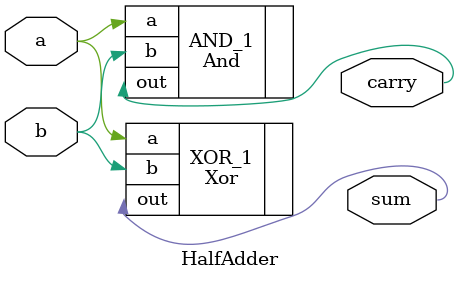
<source format=v>
/**
 * Computes the sum of two bits.
 */

 
module HalfAdder(
	input a,		//1-bit input
	input b,		//1-bit inpur
	output sum,	//Right bit of a + b
	output carry	//Lef bit of a + b
);

	Xor XOR_1(.a(a),.b(b),.out(sum));
	And AND_1(.a(a),.b(b),.out(carry));

endmodule

</source>
